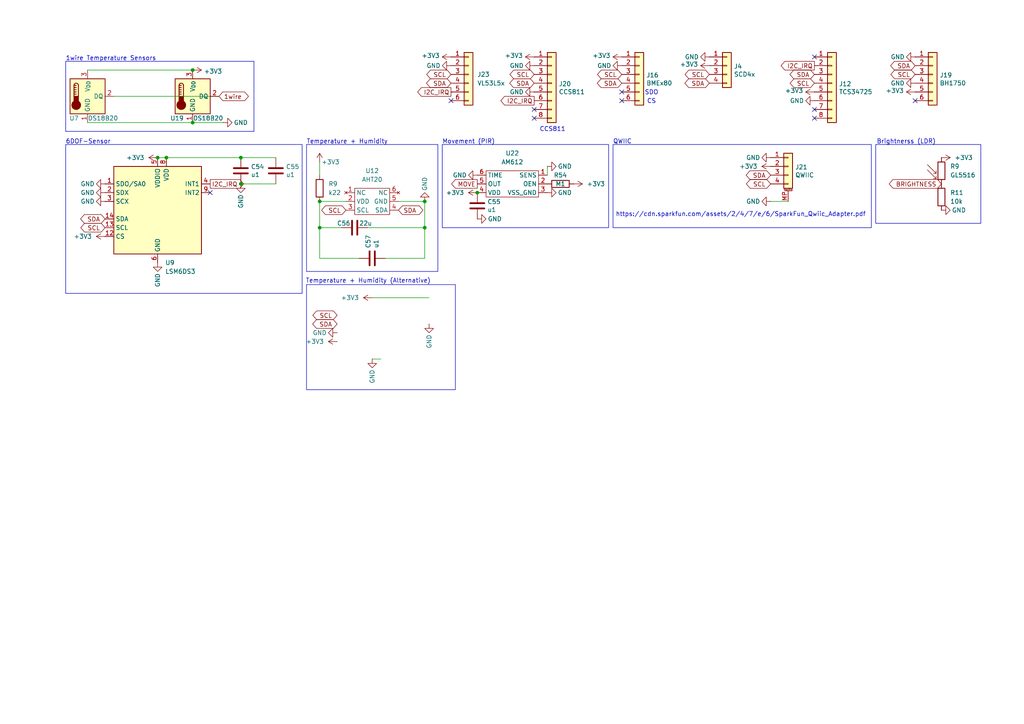
<source format=kicad_sch>
(kicad_sch (version 20231120) (generator "eeschema") (generator_version "8.0")
  (paper "A4")
  (title_block (title "lab@home") (date "2024-08-19") (rev "15.1") (company "Klaus Liebler"))
  (lib_symbols
    (symbol "Connector_Generic:Conn_01x04" (pin_names (offset 1.016) hide)
      (property "Reference" "J" (at 0 5.08 0))
      (property "Value" "Conn_01x04" (at 0 -7.62 0))
      (symbol "Conn_01x04_1_1"
        (rectangle (start -1.27 -4.953) (end 0 -5.207) (stroke (width 0.1524)))
        (rectangle (start -1.27 -2.413) (end 0 -2.667) (stroke (width 0.1524)))
        (rectangle (start -1.27 0.127) (end 0 -0.127) (stroke (width 0.1524)))
        (rectangle (start -1.27 2.667) (end 0 2.413) (stroke (width 0.1524)))
        (rectangle (start -1.27 3.81) (end 1.27 -6.35) (stroke (width 0.254)) (fill (type background)))
        (pin passive line (at -5.08 2.54 0) (length 3.81) (name "Pin_1") (number "1"))
        (pin passive line (at -5.08 0 0) (length 3.81) (name "Pin_2") (number "2"))
        (pin passive line (at -5.08 -2.54 0) (length 3.81) (name "Pin_3") (number "3"))
        (pin passive line (at -5.08 -5.08 0) (length 3.81) (name "Pin_4") (number "4"))
      )
    )
    (symbol "Connector_Generic:Conn_01x06" (pin_names (offset 1.016) hide)
      (property "Reference" "J" (at 0 7.62 0))
      (property "Value" "Conn_01x06" (at 0 -10.16 0))
      (symbol "Conn_01x06_1_1"
        (rectangle (start -1.27 -7.493) (end 0 -7.747) (stroke (width 0.1524)))
        (rectangle (start -1.27 -4.953) (end 0 -5.207) (stroke (width 0.1524)))
        (rectangle (start -1.27 -2.413) (end 0 -2.667) (stroke (width 0.1524)))
        (rectangle (start -1.27 0.127) (end 0 -0.127) (stroke (width 0.1524)))
        (rectangle (start -1.27 2.667) (end 0 2.413) (stroke (width 0.1524)))
        (rectangle (start -1.27 5.207) (end 0 4.953) (stroke (width 0.1524)))
        (rectangle (start -1.27 6.35) (end 1.27 -8.89) (stroke (width 0.254)) (fill (type background)))
        (pin passive line (at -5.08 5.08 0) (length 3.81) (name "Pin_1") (number "1"))
        (pin passive line (at -5.08 2.54 0) (length 3.81) (name "Pin_2") (number "2"))
        (pin passive line (at -5.08 0 0) (length 3.81) (name "Pin_3") (number "3"))
        (pin passive line (at -5.08 -2.54 0) (length 3.81) (name "Pin_4") (number "4"))
        (pin passive line (at -5.08 -5.08 0) (length 3.81) (name "Pin_5") (number "5"))
        (pin passive line (at -5.08 -7.62 0) (length 3.81) (name "Pin_6") (number "6"))
      )
    )
    (symbol "Connector_Generic:Conn_01x08" (pin_names (offset 1.016) hide)
      (property "Reference" "J" (at 0 10.16 0))
      (property "Value" "Conn_01x08" (at 0 -12.7 0))
      (symbol "Conn_01x08_1_1"
        (rectangle (start -1.27 -10.033) (end 0 -10.287) (stroke (width 0.1524)))
        (rectangle (start -1.27 -7.493) (end 0 -7.747) (stroke (width 0.1524)))
        (rectangle (start -1.27 -4.953) (end 0 -5.207) (stroke (width 0.1524)))
        (rectangle (start -1.27 -2.413) (end 0 -2.667) (stroke (width 0.1524)))
        (rectangle (start -1.27 0.127) (end 0 -0.127) (stroke (width 0.1524)))
        (rectangle (start -1.27 2.667) (end 0 2.413) (stroke (width 0.1524)))
        (rectangle (start -1.27 5.207) (end 0 4.953) (stroke (width 0.1524)))
        (rectangle (start -1.27 7.747) (end 0 7.493) (stroke (width 0.1524)))
        (rectangle (start -1.27 8.89) (end 1.27 -11.43) (stroke (width 0.254)) (fill (type background)))
        (pin passive line (at -5.08 7.62 0) (length 3.81) (name "Pin_1") (number "1"))
        (pin passive line (at -5.08 5.08 0) (length 3.81) (name "Pin_2") (number "2"))
        (pin passive line (at -5.08 2.54 0) (length 3.81) (name "Pin_3") (number "3"))
        (pin passive line (at -5.08 0 0) (length 3.81) (name "Pin_4") (number "4"))
        (pin passive line (at -5.08 -2.54 0) (length 3.81) (name "Pin_5") (number "5"))
        (pin passive line (at -5.08 -5.08 0) (length 3.81) (name "Pin_6") (number "6"))
        (pin passive line (at -5.08 -7.62 0) (length 3.81) (name "Pin_7") (number "7"))
        (pin passive line (at -5.08 -10.16 0) (length 3.81) (name "Pin_8") (number "8"))
      )
    )
    (symbol "Connector_Generic_MountingPin:Conn_01x04_MountingPin" (pin_names (offset 1.016) hide)
      (property "Reference" "J" (at 0 5.08 0))
      (property "Value" "Conn_01x04_MountingPin" (at 1.27 -7.62 0))
      (symbol "Conn_01x04_MountingPin_1_1"
        (rectangle (start -1.27 -4.953) (end 0 -5.207) (stroke (width 0.1524)))
        (rectangle (start -1.27 -2.413) (end 0 -2.667) (stroke (width 0.1524)))
        (rectangle (start -1.27 0.127) (end 0 -0.127) (stroke (width 0.1524)))
        (rectangle (start -1.27 2.667) (end 0 2.413) (stroke (width 0.1524)))
        (rectangle (start -1.27 3.81) (end 1.27 -6.35) (stroke (width 0.254)) (fill (type background)))
        (polyline (pts (xy -1.016 -7.112) (xy 1.016 -7.112)) (stroke (width 0.1524)))
        (text "Mounting" (at 0 -6.731 0) (effects (font (size 0.381 0.381))))
        (pin passive line (at -5.08 2.54 0) (length 3.81) (name "Pin_1") (number "1"))
        (pin passive line (at -5.08 0 0) (length 3.81) (name "Pin_2") (number "2"))
        (pin passive line (at -5.08 -2.54 0) (length 3.81) (name "Pin_3") (number "3"))
        (pin passive line (at -5.08 -5.08 0) (length 3.81) (name "Pin_4") (number "4"))
        (pin passive line (at 0 -10.16 90) (length 3.048) (name "MountPin") (number "MP"))
      )
    )
    (symbol "Device:C" (pin_numbers hide) (pin_names (offset 0.254))
      (property "Reference" "C" (at 0.635 2.54 0))
      (property "Value" "C" (at 0.635 -2.54 0))
      (symbol "C_0_1"
        (polyline (pts (xy -2.032 -0.762) (xy 2.032 -0.762)) (stroke (width 0.508)))
        (polyline (pts (xy -2.032 0.762) (xy 2.032 0.762)) (stroke (width 0.508)))
      )
      (symbol "C_1_1"
        (pin passive line (at 0 3.81 270) (length 2.794) (name "~") (number "1"))
        (pin passive line (at 0 -3.81 90) (length 2.794) (name "~") (number "2"))
      )
    )
    (symbol "Device:R" (pin_numbers hide) (pin_names (offset 0))
      (property "Reference" "R" (at 2.032 0 90))
      (property "Value" "R" (at 0 0 90))
      (symbol "R_0_1"
        (rectangle (start -1.016 -2.54) (end 1.016 2.54) (stroke (width 0.254)))
      )
      (symbol "R_1_1"
        (pin passive line (at 0 3.81 270) (length 1.27) (name "~") (number "1"))
        (pin passive line (at 0 -3.81 90) (length 1.27) (name "~") (number "2"))
      )
    )
    (symbol "Device:R_Photo" (pin_numbers hide) (pin_names (offset 0))
      (property "Reference" "R" (at 1.27 1.27 0))
      (property "Value" "R_Photo" (at 1.27 0 0))
      (symbol "R_Photo_0_1"
        (rectangle (start -1.016 2.54) (end 1.016 -2.54) (stroke (width 0.254)))
        (polyline (pts (xy -1.524 -2.286) (xy -4.064 0.254)))
        (polyline (pts (xy -1.524 -2.286) (xy -2.286 -2.286)))
        (polyline (pts (xy -1.524 -2.286) (xy -1.524 -1.524)))
        (polyline (pts (xy -1.524 -0.762) (xy -4.064 1.778)))
        (polyline (pts (xy -1.524 -0.762) (xy -2.286 -0.762)))
        (polyline (pts (xy -1.524 -0.762) (xy -1.524 0)))
      )
      (symbol "R_Photo_1_1"
        (pin passive line (at 0 3.81 270) (length 1.27) (name "~") (number "1"))
        (pin passive line (at 0 -3.81 90) (length 1.27) (name "~") (number "2"))
      )
    )
    (symbol "Sensor_Motion:LSM6DS3"
      (property "Reference" "U" (at -11.43 15.24 0))
      (property "Value" "LSM6DS3" (at -11.43 12.7 0))
      (symbol "LSM6DS3_0_1"
        (rectangle (start -12.7 12.7) (end 12.7 -12.7) (stroke (width 0.254)) (fill (type background)))
      )
      (symbol "LSM6DS3_1_1"
        (pin bidirectional line (at -15.24 7.62 0) (length 2.54) (name "SDO/SA0") (number "1"))
        (pin no_connect line (at 12.7 -5.08 180) (length 3.81) hide (name "NC") (number "10"))
        (pin no_connect line (at 12.7 -2.54 180) (length 3.81) hide (name "NC") (number "11"))
        (pin input line (at -15.24 -7.62 0) (length 2.54) (name "CS") (number "12"))
        (pin input line (at -15.24 -5.08 0) (length 2.54) (name "SCL") (number "13"))
        (pin bidirectional line (at -15.24 -2.54 0) (length 2.54) (name "SDA") (number "14"))
        (pin bidirectional line (at -15.24 5.08 0) (length 2.54) (name "SDX") (number "2"))
        (pin input line (at -15.24 2.54 0) (length 2.54) (name "SCX") (number "3"))
        (pin output line (at 15.24 7.62 180) (length 2.54) (name "INT1") (number "4"))
        (pin power_in line (at 0 15.24 270) (length 2.54) (name "VDDIO") (number "5"))
        (pin power_in line (at 0 -15.24 90) (length 2.54) (name "GND") (number "6"))
        (pin passive line (at 0 -15.24 90) (length 2.54) hide (name "GND") (number "7"))
        (pin power_in line (at 2.54 15.24 270) (length 2.54) (name "VDD") (number "8"))
        (pin output line (at 15.24 5.08 180) (length 2.54) (name "INT2") (number "9"))
      )
    )
    (symbol "Sensor_Temperature:DS18B20"
      (property "Reference" "U" (at -3.81 6.35 0))
      (property "Value" "DS18B20" (at 6.35 6.35 0))
      (symbol "DS18B20_0_1"
        (rectangle (start -5.08 5.08) (end 5.08 -5.08) (stroke (width 0.254)) (fill (type background)))
        (circle (center -3.302 -2.54) (radius 1.27) (stroke (width 0.254)) (fill (type outline)))
        (rectangle (start -2.667 -1.905) (end -3.937 0) (stroke (width 0.254)) (fill (type outline)))
        (arc (start -2.667 3.175) (mid -3.302 3.8073) (end -3.937 3.175) (stroke (width 0.254)))
        (polyline (pts (xy -3.937 0.635) (xy -3.302 0.635)) (stroke (width 0.254)))
        (polyline (pts (xy -3.937 1.27) (xy -3.302 1.27)) (stroke (width 0.254)))
        (polyline (pts (xy -3.937 1.905) (xy -3.302 1.905)) (stroke (width 0.254)))
        (polyline (pts (xy -3.937 2.54) (xy -3.302 2.54)) (stroke (width 0.254)))
        (polyline (pts (xy -3.937 3.175) (xy -3.937 0)) (stroke (width 0.254)))
        (polyline (pts (xy -3.937 3.175) (xy -3.302 3.175)) (stroke (width 0.254)))
        (polyline (pts (xy -2.667 3.175) (xy -2.667 0)) (stroke (width 0.254)))
      )
      (symbol "DS18B20_1_1"
        (pin power_in line (at 0 -7.62 90) (length 2.54) (name "GND") (number "1"))
        (pin bidirectional line (at 7.62 0 180) (length 2.54) (name "DQ") (number "2"))
        (pin power_in line (at 0 7.62 270) (length 2.54) (name "V_{DD}") (number "3"))
      )
    )
    (symbol "liebler_SEMICONDUCTORS:AHT21"
      (property "Reference" "U" (at 0 7.62 0))
      (property "Value" "AHT21" (at 0 5.08 0))
      (symbol "AHT21_0_1"
        (rectangle (start -5.08 3.81) (end 5.08 -3.81))
      )
      (symbol "AHT21_1_1"
        (pin no_connect line (at -7.62 2.54 0) (length 2.54) (name "NC") (number "1"))
        (pin power_in line (at -7.62 0 0) (length 2.54) (name "VDD") (number "2"))
        (pin bidirectional line (at -7.62 -2.54 0) (length 2.54) (name "SCL") (number "3"))
        (pin bidirectional line (at 7.62 -2.54 180) (length 2.54) (name "SDA") (number "4"))
        (pin power_in line (at 7.62 0 180) (length 2.54) (name "GND") (number "5"))
        (pin no_connect line (at 7.62 2.54 180) (length 2.54) (name "NC") (number "6"))
      )
    )
    (symbol "liebler_SEMICONDUCTORS:AM612"
      (property "Reference" "U" (at 0 7.62 0))
      (property "Value" "AM612" (at 0 5.08 0))
      (symbol "AM612_0_1"
        (rectangle (start -7.62 3.81) (end 7.62 -3.81))
      )
      (symbol "AM612_1_1"
        (pin input line (at 10.16 2.54 180) (length 2.54) (name "SENS") (number "1"))
        (pin input line (at 10.16 0 180) (length 2.54) (name "OEN") (number "2"))
        (pin power_in line (at 10.16 -2.54 180) (length 2.54) (name "VSS_GND") (number "3"))
        (pin power_in line (at -10.16 -2.54 0) (length 2.54) (name "VDD") (number "4"))
        (pin output line (at -10.16 0 0) (length 2.54) (name "OUT") (number "5"))
        (pin input line (at -10.16 2.54 0) (length 2.54) (name "TIME") (number "6"))
      )
    )
    (symbol "power:+3V3" (power) (pin_numbers hide) (pin_names (offset 0) hide)
      (property "Value" "+3V3" (at 0 3.556 0))
      (symbol "+3V3_0_1"
        (polyline (pts (xy -0.762 1.27) (xy 0 2.54)))
        (polyline (pts (xy 0 0) (xy 0 2.54)))
        (polyline (pts (xy 0 2.54) (xy 0.762 1.27)))
      )
      (symbol "+3V3_1_1"
        (pin power_in line (at 0 0 90) (length 0) (name "~") (number "1"))
      )
    )
    (symbol "power:GND" (power) (pin_numbers hide) (pin_names (offset 0) hide)
      (property "Value" "GND" (at 0 -3.81 0))
      (symbol "GND_0_1"
        (polyline (pts (xy 0 0) (xy 0 -1.27) (xy 1.27 -1.27) (xy 0 -2.54) (xy -1.27 -1.27) (xy 0 -1.27)))
      )
      (symbol "GND_1_1"
        (pin power_in line (at 0 0 270) (length 0) (name "~") (number "1"))
      )
    )
  )
  (junction (at 45.72 45.72))
  (junction (at 55.88 35.56))
  (junction (at 123.19 66.04))
  (junction (at 48.26 45.72))
  (junction (at 55.88 20.32))
  (junction (at 69.85 45.72))
  (junction (at 138.43 55.88))
  (junction (at 69.85 53.34))
  (junction (at 92.71 58.42))
  (junction (at 92.71 66.04))
  (junction (at 123.19 58.42))
  (no_connect (at 265.43 29.21))
  (no_connect (at 60.96 55.88))
  (no_connect (at 236.22 16.51))
  (no_connect (at 236.22 34.29))
  (no_connect (at 180.34 29.21))
  (no_connect (at 154.94 31.75))
  (no_connect (at 154.94 34.29))
  (no_connect (at 130.81 29.21))
  (no_connect (at 236.22 31.75))
  (no_connect (at 180.34 26.67))
  (wire (pts (xy 45.72 45.72) (xy 48.26 45.72)))
  (wire (pts (xy 48.26 45.72) (xy 69.85 45.72)))
  (wire (pts (xy 25.4 20.32) (xy 55.88 20.32)))
  (wire (pts (xy 69.85 53.34) (xy 80.01 53.34)))
  (polyline (pts (xy 73.66 38.1) (xy 19.05 38.1)))
  (polyline (pts (xy 19.05 38.1) (xy 19.05 17.78)))
  (wire (pts (xy 33.02 27.94) (xy 63.5 27.94)))
  (wire (pts (xy 111.76 74.93) (xy 123.19 74.93)))
  (wire (pts (xy 92.71 74.93) (xy 104.14 74.93)))
  (wire (pts (xy 107.95 104.14) (xy 110.49 104.14)))
  (wire (pts (xy 92.71 58.42) (xy 92.71 66.04)))
  (wire (pts (xy 106.68 66.04) (xy 123.19 66.04)))
  (wire (pts (xy 158.75 48.26) (xy 158.75 50.8)))
  (wire (pts (xy 92.71 66.04) (xy 99.06 66.04)))
  (wire (pts (xy 223.52 58.42) (xy 228.6 58.42)))
  (wire (pts (xy 123.19 58.42) (xy 123.19 66.04)))
  (wire (pts (xy 100.33 58.42) (xy 92.71 58.42)))
  (wire (pts (xy 115.57 58.42) (xy 123.19 58.42)))
  (wire (pts (xy 107.95 86.36) (xy 124.46 86.36)))
  (wire (pts (xy 123.19 66.04) (xy 123.19 74.93)))
  (polyline (pts (xy 19.05 17.78) (xy 73.66 17.78)))
  (wire (pts (xy 25.4 35.56) (xy 55.88 35.56)))
  (wire (pts (xy 64.77 35.56) (xy 55.88 35.56)))
  (wire (pts (xy 92.71 66.04) (xy 92.71 74.93)))
  (wire (pts (xy 92.71 46.99) (xy 92.71 50.8)))
  (wire (pts (xy 69.85 45.72) (xy 80.01 45.72)))
  (polyline (pts (xy 73.66 17.78) (xy 73.66 38.1)))
  (rectangle (start 254 41.91) (end 284.48 64.77))
  (rectangle (start 88.9 82.55) (end 132.08 113.03))
  (rectangle (start 177.8 41.91) (end 252.73 66.04))
  (rectangle (start 19.05 41.91) (end 87.63 85.09))
  (rectangle (start 128.27 41.91) (end 176.53 66.04))
  (rectangle (start 88.9 41.91) (end 127 78.74))
  (text "Brightnerss (LDR)" (at 254.254 41.91 0) (effects (font (size 1.27 1.27)) (justify left bottom)))
  (text "https://cdn.sparkfun.com/assets/2/4/7/e/6/SparkFun_Qwiic_Adapter.pdf" (at 178.562 62.992 0) (effects (font (size 1.27 1.27)) (justify left bottom)))
  (text "CCS811" (at 160.274 37.592 0) (effects (font (size 1.27 1.27))))
  (text "Temperature + Humidity" (at 88.9 41.91 0) (effects (font (size 1.27 1.27)) (justify left bottom)))
  (text "Temperature + Humidity (Alternative)" (at 88.646 82.296 0) (effects (font (size 1.27 1.27)) (justify left bottom)))
  (text "Movement (PIR)" (at 128.27 41.91 0) (effects (font (size 1.27 1.27)) (justify left bottom)))
  (text "6DOF-Sensor" (at 19.05 41.91 0) (effects (font (size 1.27 1.27)) (justify left bottom)))
  (text "QWIIC" (at 177.8 41.91 0) (effects (font (size 1.27 1.27)) (justify left bottom)))
  (text "1wire Temperature Sensors" (at 19.05 17.78 0) (effects (font (size 1.27 1.27)) (justify left bottom)))
  (text "CS" (at 188.976 29.464 0) (effects (font (size 1.27 1.27))))
  (text "SDO" (at 188.976 26.924 0) (effects (font (size 1.27 1.27))))
  (global_label "SCL" (shape bidirectional) (at 130.81 21.59 180) (property "Intersheetrefs" "${INTERSHEET_REFS}" (effects (hide yes))))
  (global_label "SCL" (shape bidirectional) (at 97.79 91.44 180) (property "Intersheetrefs" "${INTERSHEET_REFS}" (effects (hide yes))))
  (global_label "SCL" (shape bidirectional) (at 205.74 21.59 180) (property "Intersheetrefs" "${INTERSHEET_REFS}" (effects (hide yes))))
  (global_label "SCL" (shape bidirectional) (at 180.34 21.59 180) (property "Intersheetrefs" "${INTERSHEET_REFS}" (effects (hide yes))))
  (global_label "SDA" (shape bidirectional) (at 236.22 21.59 180) (property "Intersheetrefs" "${INTERSHEET_REFS}" (effects (hide yes))))
  (global_label "MOVE" (shape output) (at 138.43 53.34 180) (property "Intersheetrefs" "${INTERSHEET_REFS}" (effects (hide yes))))
  (global_label "SDA" (shape bidirectional) (at 115.57 60.96 0) (property "Intersheetrefs" "${INTERSHEET_REFS}" (effects (hide yes))))
  (global_label "SCL" (shape bidirectional) (at 265.43 21.59 180) (property "Intersheetrefs" "${INTERSHEET_REFS}" (effects (hide yes))))
  (global_label "I2C_IRQ" (shape output) (at 60.96 53.34 0) (property "Intersheetrefs" "${INTERSHEET_REFS}" (effects (hide yes))))
  (global_label "SDA" (shape bidirectional) (at 205.74 24.13 180) (property "Intersheetrefs" "${INTERSHEET_REFS}" (effects (hide yes))))
  (global_label "SCL" (shape bidirectional) (at 236.22 24.13 180) (property "Intersheetrefs" "${INTERSHEET_REFS}" (effects (hide yes))))
  (global_label "SCL" (shape bidirectional) (at 154.94 21.59 180) (property "Intersheetrefs" "${INTERSHEET_REFS}" (effects (hide yes))))
  (global_label "SDA" (shape bidirectional) (at 130.81 24.13 180) (property "Intersheetrefs" "${INTERSHEET_REFS}" (effects (hide yes))))
  (global_label "SDA" (shape bidirectional) (at 265.43 19.05 180) (property "Intersheetrefs" "${INTERSHEET_REFS}" (effects (hide yes))))
  (global_label "BRIGHTNESS" (shape bidirectional) (at 273.05 53.34 180) (property "Intersheetrefs" "${INTERSHEET_REFS}" (effects (hide yes))))
  (global_label "SCL" (shape bidirectional) (at 223.52 53.34 180) (property "Intersheetrefs" "${INTERSHEET_REFS}" (effects (hide yes))))
  (global_label "SCL" (shape bidirectional) (at 30.48 66.04 180) (property "Intersheetrefs" "${INTERSHEET_REFS}" (effects (hide yes))))
  (global_label "SDA" (shape bidirectional) (at 97.79 93.98 180) (property "Intersheetrefs" "${INTERSHEET_REFS}" (effects (hide yes))))
  (global_label "SDA" (shape bidirectional) (at 223.52 50.8 180) (property "Intersheetrefs" "${INTERSHEET_REFS}" (effects (hide yes))))
  (global_label "1wire" (shape bidirectional) (at 63.5 27.94 0) (property "Intersheetrefs" "${INTERSHEET_REFS}" (effects (hide yes))))
  (global_label "SDA" (shape bidirectional) (at 154.94 24.13 180) (property "Intersheetrefs" "${INTERSHEET_REFS}" (effects (hide yes))))
  (global_label "SDA" (shape bidirectional) (at 30.48 63.5 180) (property "Intersheetrefs" "${INTERSHEET_REFS}" (effects (hide yes))))
  (global_label "SDA" (shape bidirectional) (at 180.34 24.13 180) (property "Intersheetrefs" "${INTERSHEET_REFS}" (effects (hide yes))))
  (global_label "SCL" (shape bidirectional) (at 100.33 60.96 180) (property "Intersheetrefs" "${INTERSHEET_REFS}" (effects (hide yes))))
  (global_label "I2C_IRQ" (shape output) (at 236.22 19.05 180) (property "Intersheetrefs" "${INTERSHEET_REFS}" (effects (hide yes))))
  (global_label "I2C_IRQ" (shape output) (at 154.94 29.21 180) (property "Intersheetrefs" "${INTERSHEET_REFS}" (effects (hide yes))))
  (global_label "I2C_IRQ" (shape output) (at 130.81 26.67 180) (property "Intersheetrefs" "${INTERSHEET_REFS}" (effects (hide yes))))
  (symbol (lib_id "Connector_Generic:Conn_01x04") (at 210.82 19.05 0) (unit 1)
    (property "Reference" "J4" (at 212.852 19.2532 0) (effects (justify left)))
    (property "Value" "SCD4x" (at 212.852 21.5646 0) (effects (justify left)))
    (property "Footprint" "Connector_PinSocket_2.54mm:PinSocket_1x04_P2.54mm_Vertical" (effects (hide yes)))
  )
  (symbol (lib_id "power:GND") (at 30.48 53.34 270) (unit 1)
    (property "Reference" "#PWR0142" (effects (hide yes)))
    (property "Value" "GND" (at 25.4 53.34 90))
    (property "Description" "Power symbol creates a global label with name \"GND\" , ground" (effects (hide yes)))
  )
  (symbol (lib_id "Device:C") (at 138.43 59.69 180) (unit 1)
    (property "Reference" "C55" (at 141.351 58.5216 0) (effects (justify right)))
    (property "Value" "u1" (at 141.351 60.833 0) (effects (justify right)))
    (property "Footprint" "Capacitor_SMD:C_0201_0603Metric" (effects (hide yes)))
    (property "Option" "MS4525DO" (effects (hide yes)))
    (instances (project "pcbV10" (path "" (reference "C55") (unit 1))) (project "labathome_pcb15" (path "" (reference "C60") (unit 1))))
  )
  (symbol (lib_id "power:GND") (at 154.94 26.67 270) (unit 1)
    (property "Reference" "#PWR0159" (effects (hide yes)))
    (property "Value" "GND" (at 149.86 26.67 90))
    (property "Description" "Power symbol creates a global label with name \"GND\" , ground" (effects (hide yes)))
  )
  (symbol (lib_id "power:+3V3") (at 166.37 53.34 270) (unit 1)
    (property "Reference" "#PWR0180" (effects (hide yes)))
    (property "Value" "+3V3" (at 170.18 53.34 90) (effects (justify left)))
    (property "Description" "Power symbol creates a global label with name \"+3V3\"" (effects (hide yes)))
    (instances (project "pcbV10" (path "" (reference "#PWR0180") (unit 1))) (project "labathome_pcb15" (path "" (reference "#PWR0152") (unit 1))))
  )
  (symbol (lib_id "power:+3V3") (at 45.72 45.72 90) (unit 1)
    (property "Reference" "#PWR0140" (effects (hide yes)))
    (property "Value" "+3V3" (at 41.91 45.72 90) (effects (justify left)))
    (property "Description" "Power symbol creates a global label with name \"+3V3\"" (effects (hide yes)))
  )
  (symbol (lib_id "power:+3V3") (at 273.05 45.72 270) (unit 1)
    (property "Reference" "#PWR0194" (effects (hide yes)))
    (property "Value" "+3V3" (at 276.86 45.72 90) (effects (justify left)))
    (property "Description" "Power symbol creates a global label with name \"+3V3\"" (effects (hide yes)))
  )
  (symbol (lib_id "power:GND") (at 30.48 58.42 270) (unit 1)
    (property "Reference" "#PWR0144" (effects (hide yes)))
    (property "Value" "GND" (at 25.4 58.42 90))
    (property "Description" "Power symbol creates a global label with name \"GND\" , ground" (effects (hide yes)))
  )
  (symbol (lib_id "power:GND") (at 180.34 19.05 270) (unit 1)
    (property "Reference" "#PWR040" (effects (hide yes)))
    (property "Value" "GND" (at 175.26 19.05 90))
    (property "Description" "Power symbol creates a global label with name \"GND\" , ground" (effects (hide yes)))
    (instances (project "pcbV10" (path "" (reference "#PWR040") (unit 1))) (project "labathome_pcb15" (path "" (reference "#PWR0130") (unit 1))))
  )
  (symbol (lib_id "power:GND") (at 158.75 48.26 90) (unit 1)
    (property "Reference" "#PWR0179" (effects (hide yes)))
    (property "Value" "GND" (at 163.83 48.26 90))
    (property "Description" "Power symbol creates a global label with name \"GND\" , ground" (effects (hide yes)))
    (instances (project "pcbV10" (path "" (reference "#PWR0179") (unit 1))) (project "labathome_pcb15" (path "" (reference "#PWR0150") (unit 1))))
  )
  (symbol (lib_id "power:+3V3") (at 223.52 48.26 90) (unit 1)
    (property "Reference" "#PWR054" (effects (hide yes)))
    (property "Value" "+3V3" (at 219.71 48.26 90) (effects (justify left)))
    (property "Description" "Power symbol creates a global label with name \"+3V3\"" (effects (hide yes)))
    (instances (project "pcbV10" (path "" (reference "#PWR054") (unit 1))) (project "labathome_pcb15" (path "" (reference "#PWR0132") (unit 1))))
  )
  (symbol (lib_id "Device:C") (at 107.95 74.93 270) (unit 1)
    (property "Reference" "C57" (at 106.7816 72.009 0) (effects (justify right)))
    (property "Value" "u1" (at 109.093 72.009 0) (effects (justify right)))
    (property "Footprint" "Capacitor_SMD:C_0201_0603Metric" (effects (hide yes)))
    (property "Option" "MS4525DO" (effects (hide yes)))
  )
  (symbol (lib_id "power:GND") (at 45.72 76.2 0) (unit 1)
    (property "Reference" "#PWR0108" (effects (hide yes)))
    (property "Value" "GND" (at 45.72 81.28 90))
    (property "Description" "Power symbol creates a global label with name \"GND\" , ground" (effects (hide yes)))
  )
  (symbol (lib_id "power:+3V3") (at 55.88 20.32 270) (unit 1)
    (property "Reference" "#PWR017" (effects (hide yes)))
    (property "Value" "+3V3" (at 59.1312 20.701 90) (effects (justify left)))
    (property "Description" "Power symbol creates a global label with name \"+3V3\"" (effects (hide yes)))
    (instances (project "pcbV10" (path "" (reference "#PWR017") (unit 1))) (project "labathome_pcb15" (path "" (reference "#PWR0120") (unit 1))))
  )
  (symbol (lib_id "power:GND") (at 138.43 63.5 90) (unit 1)
    (property "Reference" "#PWR068" (effects (hide yes)))
    (property "Value" "GND" (at 143.51 63.5 90))
    (property "Description" "Power symbol creates a global label with name \"GND\" , ground" (effects (hide yes)))
    (instances (project "pcbV10" (path "" (reference "#PWR068") (unit 1))) (project "labathome_pcb15" (path "" (reference "#PWR0149") (unit 1))))
  )
  (symbol (lib_id "Device:C") (at 80.01 49.53 180) (unit 1)
    (property "Reference" "C55" (at 82.931 48.3616 0) (effects (justify right)))
    (property "Value" "u1" (at 82.931 50.673 0) (effects (justify right)))
    (property "Footprint" "Capacitor_SMD:C_0201_0603Metric" (effects (hide yes)))
    (property "Option" "MS4525DO" (effects (hide yes)))
  )
  (symbol (lib_id "power:+3V3") (at 180.34 16.51 90) (unit 1)
    (property "Reference" "#PWR039" (effects (hide yes)))
    (property "Value" "+3V3" (at 177.0888 16.129 90) (effects (justify left)))
    (property "Description" "Power symbol creates a global label with name \"+3V3\"" (effects (hide yes)))
    (instances (project "pcbV10" (path "" (reference "#PWR039") (unit 1))) (project "labathome_pcb15" (path "" (reference "#PWR0129") (unit 1))))
  )
  (symbol (lib_id "power:+3V3") (at 107.95 86.36 90) (unit 1)
    (property "Reference" "#PWR0168" (effects (hide yes)))
    (property "Value" "+3V3" (at 104.14 86.36 90) (effects (justify left)))
    (property "Description" "Power symbol creates a global label with name \"+3V3\"" (effects (hide yes)))
  )
  (symbol (lib_id "power:GND") (at 138.43 50.8 270) (unit 1)
    (property "Reference" "#PWR0178" (effects (hide yes)))
    (property "Value" "GND" (at 133.35 50.8 90))
    (property "Description" "Power symbol creates a global label with name \"GND\" , ground" (effects (hide yes)))
    (instances (project "pcbV10" (path "" (reference "#PWR0178") (unit 1))) (project "labathome_pcb15" (path "" (reference "#PWR0147") (unit 1))))
  )
  (symbol (lib_id "Connector_Generic:Conn_01x06") (at 185.42 21.59 0) (unit 1)
    (property "Reference" "J16" (at 187.452 21.7932 0) (effects (justify left)))
    (property "Value" "BMEx80" (at 187.452 24.1046 0) (effects (justify left)))
    (property "Footprint" "Connector_PinSocket_2.54mm:PinSocket_1x06_P2.54mm_Vertical" (effects (hide yes)))
    (instances (project "pcbV10" (path "" (reference "J16") (unit 1))) (project "labathome_pcb15" (path "" (reference "J10") (unit 1))))
  )
  (symbol (lib_id "Connector_Generic:Conn_01x06") (at 270.51 21.59 0) (unit 1)
    (property "Reference" "J19" (at 272.542 21.7932 0) (effects (justify left)))
    (property "Value" "BH1750" (at 272.542 24.1046 0) (effects (justify left)))
    (property "Footprint" "Connector_PinSocket_2.54mm:PinSocket_1x06_P2.54mm_Vertical" (effects (hide yes)))
  )
  (symbol (lib_id "Device:R") (at 92.71 54.61 0) (unit 1)
    (property "Reference" "R9" (at 95.25 53.3399 0) (effects (justify left)))
    (property "Value" "k22" (at 95.25 55.8799 0) (effects (justify left)))
    (property "Footprint" "Resistor_SMD:R_0402_1005Metric" (effects (hide yes)))
    (property "Description" "Resistor" (effects (hide yes)))
  )
  (symbol (lib_id "power:+3V3") (at 205.74 19.05 90) (unit 1)
    (property "Reference" "#PWR060" (effects (hide yes)))
    (property "Value" "+3V3" (at 202.4888 18.669 90) (effects (justify left)))
    (property "Description" "Power symbol creates a global label with name \"+3V3\"" (effects (hide yes)))
  )
  (symbol (lib_id "Connector_Generic:Conn_01x08") (at 160.02 24.13 0) (unit 1)
    (property "Reference" "J20" (at 162.052 24.3332 0) (effects (justify left)))
    (property "Value" "CCS811" (at 162.052 26.6446 0) (effects (justify left)))
    (property "Footprint" "Connector_PinSocket_2.54mm:PinSocket_1x08_P2.54mm_Vertical" (effects (hide yes)))
  )
  (symbol (lib_id "liebler_SEMICONDUCTORS:AM612") (at 148.59 53.34 0) (unit 1)
    (property "Reference" "U22" (at 148.59 44.45 0))
    (property "Value" "AM612" (at 148.59 46.99 0))
    (property "Footprint" "liebler_SEMICONDUCTORS:AM612" (effects (hide yes)))
  )
  (symbol (lib_id "power:+3V3") (at 154.94 16.51 90) (unit 1)
    (property "Reference" "#PWR0145" (effects (hide yes)))
    (property "Value" "+3V3" (at 151.6888 16.129 90) (effects (justify left)))
    (property "Description" "Power symbol creates a global label with name \"+3V3\"" (effects (hide yes)))
  )
  (symbol (lib_id "Connector_Generic_MountingPin:Conn_01x04_MountingPin") (at 228.6 48.26 0) (unit 1)
    (property "Reference" "J21" (at 230.632 48.4632 0) (effects (justify left)))
    (property "Value" "QWIIC" (at 230.632 50.7746 0) (effects (justify left)))
    (property "Footprint" "Connector_JST:JST_SH_SM04B-SRSS-TB_1x04-1MP_P1.00mm_Horizontal" (effects (hide yes)))
    (property "Description" "Generic connectable mounting pin connector, single row, 01x04, script generated (kicad-library-utils/schlib/autogen/connector/)" (effects (hide yes)))
    (instances (project "pcbV10" (path "" (reference "J21") (unit 1))) (project "labathome_pcb15" (path "" (reference "J11") (unit 1))))
  )
  (symbol (lib_id "power:+3V3") (at 265.43 26.67 90) (unit 1)
    (property "Reference" "#PWR0197" (effects (hide yes)))
    (property "Value" "+3V3" (at 262.1788 26.289 90) (effects (justify left)))
    (property "Description" "Power symbol creates a global label with name \"+3V3\"" (effects (hide yes)))
  )
  (symbol (lib_id "Device:C") (at 102.87 66.04 90) (unit 1)
    (property "Reference" "C56" (at 99.695 64.77 90))
    (property "Value" "22u" (at 106.045 64.77 90))
    (property "Footprint" "Capacitor_SMD:C_0603_1608Metric" (effects (hide yes)))
  )
  (symbol (lib_id "liebler_SEMICONDUCTORS:AHT21") (at 107.95 58.42 0) (unit 1)
    (property "Reference" "U12" (at 107.95 49.53 0))
    (property "Value" "AHT20" (at 107.95 52.07 0))
    (property "Footprint" "liebler_SEMICONDUCTORS:AHT21" (effects (hide yes)))
  )
  (symbol (lib_id "power:GND") (at 64.77 35.56 90) (unit 1)
    (property "Reference" "#PWR035" (effects (hide yes)))
    (property "Value" "GND" (at 69.85 35.56 90))
    (property "Description" "Power symbol creates a global label with name \"GND\" , ground" (effects (hide yes)))
    (instances (project "pcbV10" (path "" (reference "#PWR035") (unit 1))) (project "labathome_pcb15" (path "" (reference "#PWR0123") (unit 1))))
  )
  (symbol (lib_id "Connector_Generic:Conn_01x08") (at 241.3 24.13 0) (unit 1)
    (property "Reference" "J12" (at 243.332 24.3332 0) (effects (justify left)))
    (property "Value" "TCS34725" (at 243.332 26.6446 0) (effects (justify left)))
    (property "Footprint" "Connector_PinSocket_2.54mm:PinSocket_1x08_P2.54mm_Vertical" (effects (hide yes)))
  )
  (symbol (lib_id "Device:R_Photo") (at 273.05 49.53 0) (unit 1)
    (property "Reference" "R9" (at 275.59 48.2599 0) (effects (justify left)))
    (property "Value" "GL5516" (at 275.59 50.7999 0) (effects (justify left)))
    (property "Footprint" "OptoDevice:R_LDR_5.1x4.3mm_P3.4mm_Vertical" (effects (hide yes)))
    (instances (project "pcbV10" (path "" (reference "R9") (unit 1))) (project "labathome_pcb15" (path "" (reference "R32") (unit 1))))
  )
  (symbol (lib_id "Device:R") (at 162.56 53.34 270) (unit 1)
    (property "Reference" "R54" (at 162.56 50.8 90))
    (property "Value" "M1" (at 162.56 53.34 90))
    (property "Footprint" "Resistor_SMD:R_0201_0603Metric" (effects (hide yes)))
    (instances (project "pcbV10" (path "" (reference "R54") (unit 1))) (project "labathome_pcb15" (path "" (reference "R53") (unit 1))))
  )
  (symbol (lib_id "power:GND") (at 124.46 93.98 0) (unit 1)
    (property "Reference" "#PWR0170" (effects (hide yes)))
    (property "Value" "GND" (at 124.46 99.06 90))
    (property "Description" "Power symbol creates a global label with name \"GND\" , ground" (effects (hide yes)))
  )
  (symbol (lib_id "power:+3V3") (at 138.43 55.88 90) (unit 1)
    (property "Reference" "#PWR050" (effects (hide yes)))
    (property "Value" "+3V3" (at 134.62 55.88 90) (effects (justify left)))
    (property "Description" "Power symbol creates a global label with name \"+3V3\"" (effects (hide yes)))
    (instances (project "pcbV10" (path "" (reference "#PWR050") (unit 1))) (project "labathome_pcb15" (path "" (reference "#PWR0148") (unit 1))))
  )
  (symbol (lib_id "power:GND") (at 154.94 19.05 270) (unit 1)
    (property "Reference" "#PWR0146" (effects (hide yes)))
    (property "Value" "GND" (at 149.86 19.05 90))
    (property "Description" "Power symbol creates a global label with name \"GND\" , ground" (effects (hide yes)))
  )
  (symbol (lib_id "power:GND") (at 236.22 29.21 270) (unit 1)
    (property "Reference" "#PWR0134" (effects (hide yes)))
    (property "Value" "GND" (at 231.14 29.21 90))
    (property "Description" "Power symbol creates a global label with name \"GND\" , ground" (effects (hide yes)))
  )
  (symbol (lib_id "power:GND") (at 97.79 96.52 270) (unit 1)
    (property "Reference" "#PWR0172" (effects (hide yes)))
    (property "Value" "GND" (at 92.71 96.52 90))
    (property "Description" "Power symbol creates a global label with name \"GND\" , ground" (effects (hide yes)))
  )
  (symbol (lib_id "power:+3V3") (at 236.22 26.67 90) (unit 1)
    (property "Reference" "#PWR0133" (effects (hide yes)))
    (property "Value" "+3V3" (at 232.9688 26.289 90) (effects (justify left)))
    (property "Description" "Power symbol creates a global label with name \"+3V3\"" (effects (hide yes)))
  )
  (symbol (lib_id "power:+3V3") (at 92.71 46.99 0) (unit 1)
    (property "Reference" "#PWR0163" (effects (hide yes)))
    (property "Value" "+3V3" (at 93.218 46.99 0) (effects (justify left)))
    (property "Description" "Power symbol creates a global label with name \"+3V3\"" (effects (hide yes)))
  )
  (symbol (lib_id "power:+3V3") (at 97.79 99.06 90) (unit 1)
    (property "Reference" "#PWR036" (effects (hide yes)))
    (property "Value" "+3V3" (at 93.98 99.06 90) (effects (justify left)))
    (property "Description" "Power symbol creates a global label with name \"+3V3\"" (effects (hide yes)))
  )
  (symbol (lib_id "Device:R") (at 273.05 57.15 0) (unit 1)
    (property "Reference" "R11" (at 275.59 55.8799 0) (effects (justify left)))
    (property "Value" "10k" (at 275.59 58.4199 0) (effects (justify left)))
    (property "Footprint" "Resistor_SMD:R_0201_0603Metric" (effects (hide yes)))
    (property "Description" "Resistor" (effects (hide yes)))
  )
  (symbol (lib_id "power:GND") (at 30.48 55.88 270) (unit 1)
    (property "Reference" "#PWR0143" (effects (hide yes)))
    (property "Value" "GND" (at 25.4 55.88 90))
    (property "Description" "Power symbol creates a global label with name \"GND\" , ground" (effects (hide yes)))
  )
  (symbol (lib_id "power:GND") (at 158.75 55.88 90) (unit 1)
    (property "Reference" "#PWR049" (effects (hide yes)))
    (property "Value" "GND" (at 163.83 55.88 90))
    (property "Description" "Power symbol creates a global label with name \"GND\" , ground" (effects (hide yes)))
    (instances (project "pcbV10" (path "" (reference "#PWR049") (unit 1))) (project "labathome_pcb15" (path "" (reference "#PWR0151") (unit 1))))
  )
  (symbol (lib_id "power:GND") (at 69.85 53.34 0) (unit 1)
    (property "Reference" "#PWR0141" (effects (hide yes)))
    (property "Value" "GND" (at 69.85 58.42 90))
    (property "Description" "Power symbol creates a global label with name \"GND\" , ground" (effects (hide yes)))
  )
  (symbol (lib_id "power:+3V3") (at 30.48 68.58 90) (unit 1)
    (property "Reference" "#PWR0160" (effects (hide yes)))
    (property "Value" "+3V3" (at 26.67 68.58 90) (effects (justify left)))
    (property "Description" "Power symbol creates a global label with name \"+3V3\"" (effects (hide yes)))
  )
  (symbol (lib_id "power:GND") (at 265.43 16.51 270) (unit 1)
    (property "Reference" "#PWR0198" (effects (hide yes)))
    (property "Value" "GND" (at 260.35 16.51 90))
    (property "Description" "Power symbol creates a global label with name \"GND\" , ground" (effects (hide yes)))
  )
  (symbol (lib_id "power:+3V3") (at 130.81 16.51 90) (unit 1)
    (property "Reference" "#PWR0204" (effects (hide yes)))
    (property "Value" "+3V3" (at 127.5588 16.129 90) (effects (justify left)))
    (property "Description" "Power symbol creates a global label with name \"+3V3\"" (effects (hide yes)))
  )
  (symbol (lib_id "Sensor_Temperature:DS18B20") (at 55.88 27.94 0) (unit 1)
    (property "Reference" "U19" (at 53.34 34.29 0) (effects (justify right)))
    (property "Value" "DS18B20" (at 64.77 34.29 0) (effects (justify right)))
    (property "Footprint" "Package_TO_SOT_THT:TO-92_HandSolder" (effects (hide yes)))
    (property "Datasheet" "http://datasheets.maximintegrated.com/en/ds/DS18B20.pdf" (effects (hide yes)))
    (property "Description" "Programmable Resolution 1-Wire Digital Thermometer TO-92" (effects (hide yes)))
    (instances (project "pcbV10" (path "" (reference "U19") (unit 1))) (project "labathome_pcb15" (path "" (reference "U17") (unit 1))))
  )
  (symbol (lib_id "power:GND") (at 223.52 45.72 270) (unit 1)
    (property "Reference" "#PWR053" (effects (hide yes)))
    (property "Value" "GND" (at 218.44 45.72 90))
    (property "Description" "Power symbol creates a global label with name \"GND\" , ground" (effects (hide yes)))
    (instances (project "pcbV10" (path "" (reference "#PWR053") (unit 1))) (project "labathome_pcb15" (path "" (reference "#PWR0131") (unit 1))))
  )
  (symbol (lib_id "power:GND") (at 123.19 58.42 180) (unit 1)
    (property "Reference" "#PWR0165" (effects (hide yes)))
    (property "Value" "GND" (at 123.19 53.34 90))
    (property "Description" "Power symbol creates a global label with name \"GND\" , ground" (effects (hide yes)))
  )
  (symbol (lib_id "power:GND") (at 223.52 58.42 270) (unit 1)
    (property "Reference" "#PWR038" (effects (hide yes)))
    (property "Value" "GND" (at 218.44 58.42 90))
    (property "Description" "Power symbol creates a global label with name \"GND\" , ground" (effects (hide yes)))
  )
  (symbol (lib_id "Device:C") (at 69.85 49.53 180) (unit 1)
    (property "Reference" "C54" (at 72.771 48.3616 0) (effects (justify right)))
    (property "Value" "u1" (at 72.771 50.673 0) (effects (justify right)))
    (property "Footprint" "Capacitor_SMD:C_0201_0603Metric" (effects (hide yes)))
    (property "Option" "MS4525DO" (effects (hide yes)))
  )
  (symbol (lib_id "Sensor_Temperature:DS18B20") (at 25.4 27.94 0) (unit 1)
    (property "Reference" "U7" (at 22.86 34.29 0) (effects (justify right)))
    (property "Value" "DS18B20" (at 34.29 34.29 0) (effects (justify right)))
    (property "Footprint" "Package_TO_SOT_THT:TO-92_HandSolder" (effects (hide yes)))
    (property "Datasheet" "http://datasheets.maximintegrated.com/en/ds/DS18B20.pdf" (effects (hide yes)))
    (property "Description" "Programmable Resolution 1-Wire Digital Thermometer TO-92" (effects (hide yes)))
    (instances (project "pcbV10" (path "" (reference "U7") (unit 1))) (project "labathome_pcb15" (path "" (reference "U13") (unit 1))))
  )
  (symbol (lib_id "power:GND") (at 107.95 104.14 0) (unit 1)
    (property "Reference" "#PWR0166" (effects (hide yes)))
    (property "Value" "GND" (at 107.95 109.22 90))
    (property "Description" "Power symbol creates a global label with name \"GND\" , ground" (effects (hide yes)))
  )
  (symbol (lib_id "power:GND") (at 265.43 24.13 270) (unit 1)
    (property "Reference" "#PWR0196" (effects (hide yes)))
    (property "Value" "GND" (at 260.35 24.13 90))
    (property "Description" "Power symbol creates a global label with name \"GND\" , ground" (effects (hide yes)))
  )
  (symbol (lib_id "Connector_Generic:Conn_01x06") (at 135.89 21.59 0) (unit 1)
    (property "Reference" "J23" (at 138.43 21.5899 0) (effects (justify left)))
    (property "Value" "VL53L5x" (at 138.43 24.1299 0) (effects (justify left)))
    (property "Footprint" "Connector_PinSocket_2.54mm:PinSocket_1x06_P2.54mm_Vertical" (effects (hide yes)))
    (property "Description" "Generic connector, single row, 01x06, script generated (kicad-library-utils/schlib/autogen/connector/)" (effects (hide yes)))
  )
  (symbol (lib_id "Sensor_Motion:LSM6DS3") (at 45.72 60.96 0) (unit 1)
    (property "Reference" "U9" (at 47.9141 76.2 0) (effects (justify left)))
    (property "Value" "LSM6DS3" (at 47.9141 78.74 0) (effects (justify left)))
    (property "Footprint" "Package_LGA:LGA-14_3x2.5mm_P0.5mm_LayoutBorder3x4y" (effects (hide yes)))
    (property "Datasheet" "https://www.st.com/resource/en/datasheet/lsm6ds3tr-c.pdf" (effects (hide yes)))
    (property "Description" "I2C/SPI, iNEMO inertial module: always-on 3D accelerometer and 3D gyroscope" (effects (hide yes)))
  )
  (symbol (lib_id "power:GND") (at 130.81 19.05 270) (unit 1)
    (property "Reference" "#PWR0205" (effects (hide yes)))
    (property "Value" "GND" (at 125.73 19.05 90))
    (property "Description" "Power symbol creates a global label with name \"GND\" , ground" (effects (hide yes)))
  )
  (symbol (lib_id "power:GND") (at 273.05 60.96 90) (unit 1)
    (property "Reference" "#PWR0112" (effects (hide yes)))
    (property "Value" "GND" (at 278.13 60.96 90))
    (property "Description" "Power symbol creates a global label with name \"GND\" , ground" (effects (hide yes)))
    (instances (project "pcbV10" (path "" (reference "#PWR0112") (unit 1))) (project "labathome_pcb15" (path "" (reference "#PWR081") (unit 1))))
  )
  (symbol (lib_id "power:GND") (at 205.74 16.51 270) (unit 1)
    (property "Reference" "#PWR0105" (effects (hide yes)))
    (property "Value" "GND" (at 200.66 16.51 90))
    (property "Description" "Power symbol creates a global label with name \"GND\" , ground" (effects (hide yes)))
  )
)
</source>
